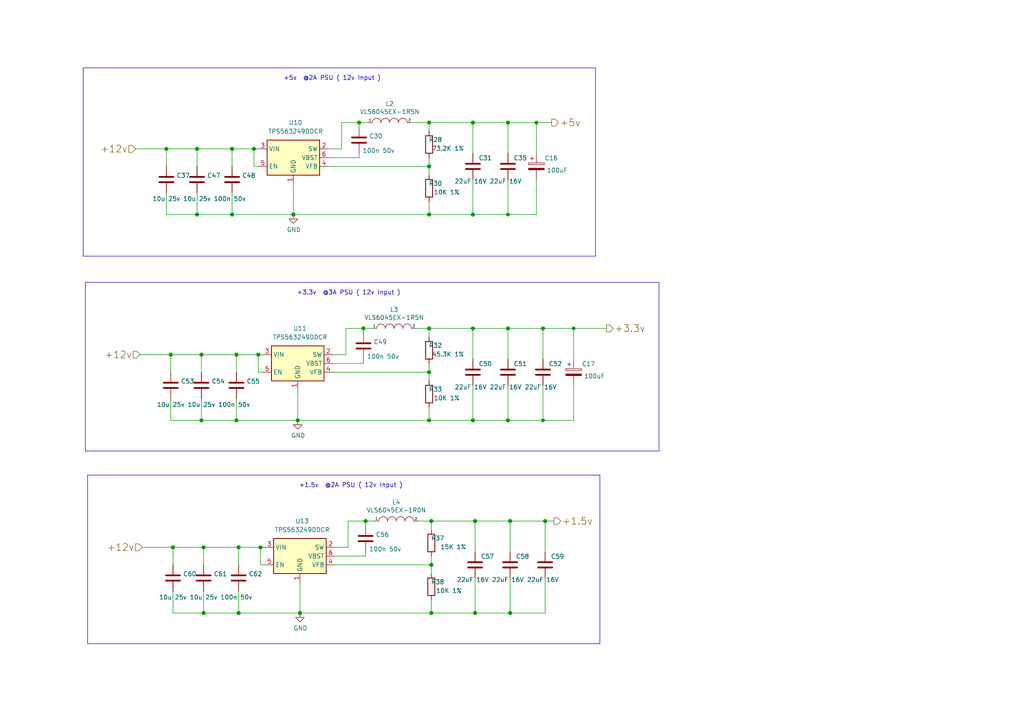
<source format=kicad_sch>
(kicad_sch (version 20210621) (generator eeschema)
  (paper "A4")
  (title_block (title "AP3500v2") (date "2021-01-19") (rev "1") (company "(c) ISis ImageStream Internet Solutions 2020") (comment 1 "www.imagestream.com"))
  (lib_symbols
    (symbol "Device:C" (pin_numbers hide) (pin_names (offset 0.254))
      (property "Reference" "C" (at 0.635 2.54 0))
      (property "Value" "C" (at 0.635 -2.54 0))
      (symbol "C_0_1"
        (polyline (pts (xy -2.032 -0.762) (xy 2.032 -0.762)) (stroke (width 0.508)))
        (polyline (pts (xy -2.032 0.762) (xy 2.032 0.762)) (stroke (width 0.508)))
      )
      (symbol "C_1_1"
        (pin passive line (at 0 3.81 270) (length 2.794) (name "~") (number "1"))
        (pin passive line (at 0 -3.81 90) (length 2.794) (name "~") (number "2"))
      )
    )
    (symbol "Device:CP" (pin_numbers hide) (pin_names (offset 0.254))
      (property "Reference" "C" (at 0.635 2.54 0))
      (property "Value" "CP" (at 0.635 -2.54 0))
      (symbol "CP_0_1"
        (rectangle (start -2.286 0.508) (end 2.286 1.016))
        (rectangle (start 2.286 -0.508) (end -2.286 -1.016) (fill (type outline)))
        (polyline (pts (xy -1.778 2.286) (xy -0.762 2.286)))
        (polyline (pts (xy -1.27 2.794) (xy -1.27 1.778)))
      )
      (symbol "CP_1_1"
        (pin passive line (at 0 3.81 270) (length 2.794) (name "~") (number "1"))
        (pin passive line (at 0 -3.81 90) (length 2.794) (name "~") (number "2"))
      )
    )
    (symbol "Device:R" (pin_numbers hide) (pin_names (offset 0))
      (property "Reference" "R" (at 2.032 0 90))
      (property "Value" "R" (at 0 0 90))
      (symbol "R_0_1"
        (rectangle (start -1.016 -2.54) (end 1.016 2.54) (stroke (width 0.254)))
      )
      (symbol "R_1_1"
        (pin passive line (at 0 3.81 270) (length 1.27) (name "~") (number "1"))
        (pin passive line (at 0 -3.81 90) (length 1.27) (name "~") (number "2"))
      )
    )
    (symbol "Regulator_Switching:TPS563200"
      (property "Reference" "U" (at -7.62 6.35 0))
      (property "Value" "TPS563200" (at -2.54 6.35 0))
      (symbol "TPS563200_0_1"
        (rectangle (start -7.62 5.08) (end 7.62 -5.08) (stroke (width 0.254)) (fill (type background)))
      )
      (symbol "TPS563200_1_1"
        (pin power_in line (at 0 -7.62 90) (length 2.54) (name "GND") (number "1"))
        (pin output line (at 10.16 2.54 180) (length 2.54) (name "SW") (number "2"))
        (pin power_in line (at -10.16 2.54 0) (length 2.54) (name "VIN") (number "3"))
        (pin input line (at 10.16 -2.54 180) (length 2.54) (name "VFB") (number "4"))
        (pin input line (at -10.16 -2.54 0) (length 2.54) (name "EN") (number "5"))
        (pin passive line (at 10.16 0 180) (length 2.54) (name "VBST") (number "6"))
      )
    )
    (symbol "power:GND" (power) (pin_names (offset 0))
      (property "Value" "GND" (at 0 -3.81 0))
      (symbol "GND_0_1"
        (polyline (pts (xy 0 0) (xy 0 -1.27) (xy 1.27 -1.27) (xy 0 -2.54) (xy -1.27 -1.27) (xy 0 -1.27)))
      )
      (symbol "GND_1_1"
        (pin power_in line (at 0 0 270) (length 0) hide (name "GND") (number "1"))
      )
    )
    (symbol "pspice:INDUCTOR" (pin_numbers hide) (pin_names (offset 0))
      (property "Reference" "L" (at 0 2.54 0))
      (property "Value" "INDUCTOR" (at 0 -1.27 0))
      (symbol "INDUCTOR_0_1"
        (arc (start -2.54 0) (end -5.08 0) (radius (at -3.81 0) (length 1.27) (angles 0.1 179.9)))
        (arc (start 0 0) (end -2.54 0) (radius (at -1.27 0) (length 1.27) (angles 0.1 179.9)))
        (arc (start 2.54 0) (end 0 0) (radius (at 1.27 0) (length 1.27) (angles 0.1 179.9)))
        (arc (start 5.08 0) (end 2.54 0) (radius (at 3.81 0) (length 1.27) (angles 0.1 179.9)))
      )
      (symbol "INDUCTOR_1_1"
        (pin input line (at -6.35 0 0) (length 1.27) (name "1") (number "1"))
        (pin input line (at 6.35 0 180) (length 1.27) (name "2") (number "2"))
      )
    )
  )
  (junction (at 48.26 43.18) (diameter 1.016))
  (junction (at 49.53 102.87) (diameter 1.016))
  (junction (at 50.165 158.75) (diameter 1.016))
  (junction (at 57.15 43.18) (diameter 1.016))
  (junction (at 57.15 62.23) (diameter 1.016))
  (junction (at 58.42 102.87) (diameter 1.016))
  (junction (at 58.42 121.92) (diameter 1.016))
  (junction (at 59.055 158.75) (diameter 1.016))
  (junction (at 59.055 177.8) (diameter 1.016))
  (junction (at 67.31 43.18) (diameter 1.016))
  (junction (at 67.31 62.23) (diameter 1.016))
  (junction (at 68.58 102.87) (diameter 1.016))
  (junction (at 68.58 121.92) (diameter 1.016))
  (junction (at 69.215 158.75) (diameter 1.016))
  (junction (at 69.215 177.8) (diameter 1.016))
  (junction (at 73.66 43.18) (diameter 1.016))
  (junction (at 74.93 102.87) (diameter 1.016))
  (junction (at 75.565 158.75) (diameter 1.016))
  (junction (at 85.09 62.23) (diameter 1.016))
  (junction (at 86.36 121.92) (diameter 1.016))
  (junction (at 86.995 177.8) (diameter 1.016))
  (junction (at 104.14 35.56) (diameter 1.016))
  (junction (at 105.41 95.25) (diameter 1.016))
  (junction (at 106.045 151.13) (diameter 1.016))
  (junction (at 124.46 35.56) (diameter 1.016))
  (junction (at 124.46 48.26) (diameter 1.016))
  (junction (at 124.46 62.23) (diameter 1.016))
  (junction (at 124.46 95.25) (diameter 1.016))
  (junction (at 124.46 107.95) (diameter 1.016))
  (junction (at 124.46 121.92) (diameter 1.016))
  (junction (at 125.095 151.13) (diameter 1.016))
  (junction (at 125.095 163.83) (diameter 1.016))
  (junction (at 125.095 177.8) (diameter 1.016))
  (junction (at 137.16 35.56) (diameter 1.016))
  (junction (at 137.16 62.23) (diameter 1.016))
  (junction (at 137.16 95.25) (diameter 1.016))
  (junction (at 137.16 121.92) (diameter 1.016))
  (junction (at 137.795 151.13) (diameter 1.016))
  (junction (at 137.795 177.8) (diameter 1.016))
  (junction (at 147.32 35.56) (diameter 1.016))
  (junction (at 147.32 62.23))
  (junction (at 147.32 95.25) (diameter 1.016))
  (junction (at 147.32 121.92) (diameter 1.016))
  (junction (at 147.955 151.13) (diameter 1.016))
  (junction (at 147.955 177.8) (diameter 1.016))
  (junction (at 155.575 35.56))
  (junction (at 157.48 95.25) (diameter 1.016))
  (junction (at 157.48 121.92))
  (junction (at 158.115 151.13) (diameter 1.016))
  (junction (at 166.37 95.25))
  (wire (pts (xy 39.37 43.18) (xy 48.26 43.18)))
  (wire (pts (xy 40.64 102.87) (xy 49.53 102.87)))
  (wire (pts (xy 41.275 158.75) (xy 50.165 158.75)))
  (wire (pts (xy 48.26 43.18) (xy 48.26 48.26)))
  (wire (pts (xy 48.26 43.18) (xy 57.15 43.18)))
  (wire (pts (xy 48.26 55.88) (xy 48.26 62.23)))
  (wire (pts (xy 48.26 62.23) (xy 57.15 62.23)))
  (wire (pts (xy 49.53 102.87) (xy 49.53 107.95)))
  (wire (pts (xy 49.53 102.87) (xy 58.42 102.87)))
  (wire (pts (xy 49.53 115.57) (xy 49.53 121.92)))
  (wire (pts (xy 49.53 121.92) (xy 58.42 121.92)))
  (wire (pts (xy 50.165 158.75) (xy 50.165 163.83)))
  (wire (pts (xy 50.165 158.75) (xy 59.055 158.75)))
  (wire (pts (xy 50.165 171.45) (xy 50.165 177.8)))
  (wire (pts (xy 50.165 177.8) (xy 59.055 177.8)))
  (wire (pts (xy 57.15 43.18) (xy 57.15 48.26)))
  (wire (pts (xy 57.15 43.18) (xy 67.31 43.18)))
  (wire (pts (xy 57.15 55.88) (xy 57.15 62.23)))
  (wire (pts (xy 57.15 62.23) (xy 67.31 62.23)))
  (wire (pts (xy 58.42 102.87) (xy 58.42 107.95)))
  (wire (pts (xy 58.42 102.87) (xy 68.58 102.87)))
  (wire (pts (xy 58.42 115.57) (xy 58.42 121.92)))
  (wire (pts (xy 58.42 121.92) (xy 68.58 121.92)))
  (wire (pts (xy 59.055 158.75) (xy 59.055 163.83)))
  (wire (pts (xy 59.055 158.75) (xy 69.215 158.75)))
  (wire (pts (xy 59.055 171.45) (xy 59.055 177.8)))
  (wire (pts (xy 59.055 177.8) (xy 69.215 177.8)))
  (wire (pts (xy 67.31 43.18) (xy 67.31 48.26)))
  (wire (pts (xy 67.31 43.18) (xy 73.66 43.18)))
  (wire (pts (xy 67.31 55.88) (xy 67.31 62.23)))
  (wire (pts (xy 67.31 62.23) (xy 85.09 62.23)))
  (wire (pts (xy 68.58 102.87) (xy 68.58 107.95)))
  (wire (pts (xy 68.58 102.87) (xy 74.93 102.87)))
  (wire (pts (xy 68.58 115.57) (xy 68.58 121.92)))
  (wire (pts (xy 68.58 121.92) (xy 86.36 121.92)))
  (wire (pts (xy 69.215 158.75) (xy 69.215 163.83)))
  (wire (pts (xy 69.215 158.75) (xy 75.565 158.75)))
  (wire (pts (xy 69.215 171.45) (xy 69.215 177.8)))
  (wire (pts (xy 69.215 177.8) (xy 86.995 177.8)))
  (wire (pts (xy 73.66 43.18) (xy 74.93 43.18)))
  (wire (pts (xy 73.66 48.26) (xy 73.66 43.18)))
  (wire (pts (xy 74.93 48.26) (xy 73.66 48.26)))
  (wire (pts (xy 74.93 102.87) (xy 76.2 102.87)))
  (wire (pts (xy 74.93 107.95) (xy 74.93 102.87)))
  (wire (pts (xy 75.565 158.75) (xy 76.835 158.75)))
  (wire (pts (xy 75.565 163.83) (xy 75.565 158.75)))
  (wire (pts (xy 76.2 107.95) (xy 74.93 107.95)))
  (wire (pts (xy 76.835 163.83) (xy 75.565 163.83)))
  (wire (pts (xy 85.09 53.34) (xy 85.09 62.23)))
  (wire (pts (xy 85.09 62.23) (xy 124.46 62.23)))
  (wire (pts (xy 86.36 113.03) (xy 86.36 121.92)))
  (wire (pts (xy 86.36 121.92) (xy 124.46 121.92)))
  (wire (pts (xy 86.995 168.91) (xy 86.995 177.8)))
  (wire (pts (xy 86.995 177.8) (xy 125.095 177.8)))
  (wire (pts (xy 95.25 45.72) (xy 104.14 45.72)))
  (wire (pts (xy 95.25 48.26) (xy 124.46 48.26)))
  (wire (pts (xy 96.52 105.41) (xy 105.41 105.41)))
  (wire (pts (xy 96.52 107.95) (xy 124.46 107.95)))
  (wire (pts (xy 97.155 161.29) (xy 106.045 161.29)))
  (wire (pts (xy 97.155 163.83) (xy 125.095 163.83)))
  (wire (pts (xy 99.06 35.56) (xy 99.06 43.18)))
  (wire (pts (xy 99.06 43.18) (xy 95.25 43.18)))
  (wire (pts (xy 100.33 95.25) (xy 100.33 102.87)))
  (wire (pts (xy 100.33 102.87) (xy 96.52 102.87)))
  (wire (pts (xy 100.965 151.13) (xy 100.965 158.75)))
  (wire (pts (xy 100.965 158.75) (xy 97.155 158.75)))
  (wire (pts (xy 104.14 35.56) (xy 99.06 35.56)))
  (wire (pts (xy 104.14 35.56) (xy 104.14 36.83)))
  (wire (pts (xy 104.14 45.72) (xy 104.14 44.45)))
  (wire (pts (xy 105.41 95.25) (xy 100.33 95.25)))
  (wire (pts (xy 105.41 95.25) (xy 105.41 96.52)))
  (wire (pts (xy 105.41 105.41) (xy 105.41 104.14)))
  (wire (pts (xy 106.045 151.13) (xy 100.965 151.13)))
  (wire (pts (xy 106.045 151.13) (xy 106.045 152.4)))
  (wire (pts (xy 106.045 161.29) (xy 106.045 160.02)))
  (wire (pts (xy 106.68 35.56) (xy 104.14 35.56)))
  (wire (pts (xy 107.95 95.25) (xy 105.41 95.25)))
  (wire (pts (xy 108.585 151.13) (xy 106.045 151.13)))
  (wire (pts (xy 119.38 35.56) (xy 124.46 35.56)))
  (wire (pts (xy 120.65 95.25) (xy 124.46 95.25)))
  (wire (pts (xy 121.285 151.13) (xy 125.095 151.13)))
  (wire (pts (xy 124.46 35.56) (xy 124.46 38.1)))
  (wire (pts (xy 124.46 35.56) (xy 137.16 35.56)))
  (wire (pts (xy 124.46 45.72) (xy 124.46 48.26)))
  (wire (pts (xy 124.46 48.26) (xy 124.46 50.8)))
  (wire (pts (xy 124.46 62.23) (xy 124.46 58.42)))
  (wire (pts (xy 124.46 95.25) (xy 124.46 97.79)))
  (wire (pts (xy 124.46 95.25) (xy 137.16 95.25)))
  (wire (pts (xy 124.46 105.41) (xy 124.46 107.95)))
  (wire (pts (xy 124.46 107.95) (xy 124.46 110.49)))
  (wire (pts (xy 124.46 121.92) (xy 124.46 118.11)))
  (wire (pts (xy 125.095 151.13) (xy 125.095 153.67)))
  (wire (pts (xy 125.095 151.13) (xy 137.795 151.13)))
  (wire (pts (xy 125.095 161.29) (xy 125.095 163.83)))
  (wire (pts (xy 125.095 163.83) (xy 125.095 166.37)))
  (wire (pts (xy 125.095 177.8) (xy 125.095 173.99)))
  (wire (pts (xy 137.16 35.56) (xy 137.16 44.45)))
  (wire (pts (xy 137.16 35.56) (xy 147.32 35.56)))
  (wire (pts (xy 137.16 52.07) (xy 137.16 62.23)))
  (wire (pts (xy 137.16 62.23) (xy 124.46 62.23)))
  (wire (pts (xy 137.16 95.25) (xy 137.16 104.14)))
  (wire (pts (xy 137.16 95.25) (xy 147.32 95.25)))
  (wire (pts (xy 137.16 111.76) (xy 137.16 121.92)))
  (wire (pts (xy 137.16 121.92) (xy 124.46 121.92)))
  (wire (pts (xy 137.795 151.13) (xy 137.795 160.02)))
  (wire (pts (xy 137.795 151.13) (xy 147.955 151.13)))
  (wire (pts (xy 137.795 167.64) (xy 137.795 177.8)))
  (wire (pts (xy 137.795 177.8) (xy 125.095 177.8)))
  (wire (pts (xy 147.32 35.56) (xy 147.32 44.45)))
  (wire (pts (xy 147.32 35.56) (xy 155.575 35.56)))
  (wire (pts (xy 147.32 52.07) (xy 147.32 62.23)))
  (wire (pts (xy 147.32 62.23) (xy 137.16 62.23)))
  (wire (pts (xy 147.32 95.25) (xy 147.32 104.14)))
  (wire (pts (xy 147.32 95.25) (xy 157.48 95.25)))
  (wire (pts (xy 147.32 111.76) (xy 147.32 121.92)))
  (wire (pts (xy 147.32 121.92) (xy 137.16 121.92)))
  (wire (pts (xy 147.955 151.13) (xy 147.955 160.02)))
  (wire (pts (xy 147.955 151.13) (xy 158.115 151.13)))
  (wire (pts (xy 147.955 167.64) (xy 147.955 177.8)))
  (wire (pts (xy 147.955 177.8) (xy 137.795 177.8)))
  (wire (pts (xy 155.575 35.56) (xy 155.575 44.45)))
  (wire (pts (xy 155.575 35.56) (xy 160.02 35.56)))
  (wire (pts (xy 155.575 52.07) (xy 155.575 62.23)))
  (wire (pts (xy 155.575 62.23) (xy 147.32 62.23)))
  (wire (pts (xy 157.48 95.25) (xy 157.48 104.14)))
  (wire (pts (xy 157.48 95.25) (xy 166.37 95.25)))
  (wire (pts (xy 157.48 111.76) (xy 157.48 121.92)))
  (wire (pts (xy 157.48 121.92) (xy 147.32 121.92)))
  (wire (pts (xy 158.115 151.13) (xy 158.115 160.02)))
  (wire (pts (xy 158.115 151.13) (xy 160.655 151.13)))
  (wire (pts (xy 158.115 167.64) (xy 158.115 177.8)))
  (wire (pts (xy 158.115 177.8) (xy 147.955 177.8)))
  (wire (pts (xy 166.37 95.25) (xy 175.895 95.25)))
  (wire (pts (xy 166.37 104.14) (xy 166.37 95.25)))
  (wire (pts (xy 166.37 111.76) (xy 166.37 121.92)))
  (wire (pts (xy 166.37 121.92) (xy 157.48 121.92)))
  (polyline (pts (xy 24.13 19.685) (xy 24.13 74.295)) (stroke (width 0) (type solid)))
  (polyline (pts (xy 24.13 19.685) (xy 172.72 19.685)) (stroke (width 0) (type solid)))
  (polyline (pts (xy 24.765 81.915) (xy 24.765 130.81)) (stroke (width 0) (type solid)))
  (polyline (pts (xy 24.765 81.915) (xy 191.135 81.915)) (stroke (width 0) (type solid)))
  (polyline (pts (xy 25.4 137.795) (xy 25.4 186.69)) (stroke (width 0) (type solid)))
  (polyline (pts (xy 25.4 137.795) (xy 173.99 137.795)) (stroke (width 0) (type solid)))
  (polyline (pts (xy 172.72 19.685) (xy 172.72 74.295)) (stroke (width 0) (type solid)))
  (polyline (pts (xy 172.72 74.295) (xy 24.13 74.295)) (stroke (width 0) (type solid)))
  (polyline (pts (xy 173.99 137.795) (xy 173.99 186.69)) (stroke (width 0) (type solid)))
  (polyline (pts (xy 173.99 186.69) (xy 25.4 186.69)) (stroke (width 0) (type solid)))
  (polyline (pts (xy 191.135 81.915) (xy 191.135 130.81)) (stroke (width 0) (type solid)))
  (polyline (pts (xy 191.135 130.81) (xy 24.765 130.81)) (stroke (width 0) (type solid)))
  (text "+5v  @2A PSU ( 12v Input )" (at 110.49 23.495 180) (effects (font (size 1.27 1.27)) (justify right bottom)))
  (text "+3.3v  @3A PSU ( 12v Input )" (at 116.205 85.725 180) (effects (font (size 1.27 1.27)) (justify right bottom)))
  (text "+1.5v  @2A PSU ( 12v Input )" (at 116.84 141.605 180) (effects (font (size 1.27 1.27)) (justify right bottom)))
  (hierarchical_label "+12v" (shape input) (at 39.37 43.18 180) (effects (font (size 2.007 2.007))))
  (hierarchical_label "+12v" (shape input) (at 40.64 102.87 180) (effects (font (size 2.007 2.007))))
  (hierarchical_label "+12v" (shape input) (at 41.275 158.75 180) (effects (font (size 2.007 2.007))))
  (hierarchical_label "+5v" (shape output) (at 160.02 35.56 0) (effects (font (size 2.007 2.007))))
  (hierarchical_label "+1.5v" (shape output) (at 160.655 151.13 0) (effects (font (size 2.007 2.007))))
  (hierarchical_label "+3.3v" (shape output) (at 175.895 95.25 0) (effects (font (size 2.007 2.007))))
  (symbol (lib_id "power:GND") (at 85.09 62.23 0) (unit 1)
    (property "Reference" "#PWR0118" (effects hide))
    (property "Value" "GND" (at 85.217 66.6242 0))
  )
  (symbol (lib_id "power:GND") (at 86.36 121.92 0) (unit 1)
    (property "Reference" "#PWR0120" (effects hide))
    (property "Value" "GND" (at 86.487 126.3142 0))
  )
  (symbol (lib_id "power:GND") (at 86.995 177.8 0) (unit 1)
    (property "Reference" "#PWR0119" (effects hide))
    (property "Value" "GND" (at 87.122 182.1942 0))
  )
  (symbol (lib_id "Device:R") (at 124.46 41.91 0) (mirror y) (unit 1)
    (property "Reference" "R28" (at 128.27 40.513 0) (effects (justify left)))
    (property "Value" "73.2K 1%" (at 134.62 43.053 0) (effects (justify left)))
    (property "Footprint" "Resistor_SMD:R_0603_1608Metric" (effects hide))
    (property "LCSC" "C14890" (effects hide))
  )
  (symbol (lib_id "Device:R") (at 124.46 54.61 0) (mirror y) (unit 1)
    (property "Reference" "R30" (at 128.27 53.213 0) (effects (justify left)))
    (property "Value" "10K 1%" (at 133.35 55.753 0) (effects (justify left)))
    (property "Footprint" "Resistor_SMD:R_0603_1608Metric" (effects hide))
    (property "Field6" "CRCW060310K0FKEA" (effects hide))
    (property "LCSC" "C25804" (effects hide))
  )
  (symbol (lib_id "Device:R") (at 124.46 101.6 0) (mirror y) (unit 1)
    (property "Reference" "R32" (at 128.27 100.203 0) (effects (justify left)))
    (property "Value" "45.3K 1%" (at 134.62 102.743 0) (effects (justify left)))
    (property "Footprint" "Resistor_SMD:R_0603_1608Metric" (effects hide))
    (property "LCSC" "C23058" (effects hide))
  )
  (symbol (lib_id "Device:R") (at 124.46 114.3 0) (mirror y) (unit 1)
    (property "Reference" "R33" (at 128.27 112.903 0) (effects (justify left)))
    (property "Value" "10K 1%" (at 133.35 115.443 0) (effects (justify left)))
    (property "Footprint" "Resistor_SMD:R_0603_1608Metric" (effects hide))
    (property "Field6" "CRCW060310K0FKEA" (effects hide))
    (property "LCSC" "C25804" (effects hide))
  )
  (symbol (lib_id "Device:R") (at 125.095 157.48 0) (mirror y) (unit 1)
    (property "Reference" "R37" (at 128.905 156.083 0) (effects (justify left)))
    (property "Value" "15K 1%" (at 135.255 158.623 0) (effects (justify left)))
    (property "Footprint" "Resistor_SMD:R_0603_1608Metric" (effects hide))
    (property "LCSC" "C22809" (effects hide))
  )
  (symbol (lib_id "Device:R") (at 125.095 170.18 0) (mirror y) (unit 1)
    (property "Reference" "R38" (at 128.905 168.783 0) (effects (justify left)))
    (property "Value" "10K 1%" (at 133.985 171.323 0) (effects (justify left)))
    (property "Footprint" "Resistor_SMD:R_0603_1608Metric" (effects hide))
    (property "Field6" "CRCW060310K0FKEA" (effects hide))
    (property "LCSC" "C25804" (effects hide))
  )
  (symbol (lib_id "pspice:INDUCTOR") (at 113.03 35.56 0) (unit 1)
    (property "Reference" "L2" (at 113.03 30.099 0))
    (property "Value" "VLS6045EX-1R5N" (at 113.03 32.4104 0))
    (property "Footprint" "Scott:L_TDK_VLS6045" (effects hide))
    (property "PartsBoxID" "VLS6045EX-1R5N" (effects hide))
  )
  (symbol (lib_id "pspice:INDUCTOR") (at 114.3 95.25 0) (unit 1)
    (property "Reference" "L3" (at 114.3 89.789 0))
    (property "Value" "VLS6045EX-1R5N" (at 114.3 92.1004 0))
    (property "Footprint" "Scott:L_TDK_VLS6045" (effects hide))
    (property "PartsBoxID" "VLS6045EX-1R5N" (effects hide))
  )
  (symbol (lib_id "pspice:INDUCTOR") (at 114.935 151.13 0) (unit 1)
    (property "Reference" "L4" (at 114.935 145.669 0))
    (property "Value" "VLS6045EX-1R0N" (at 114.935 147.9804 0))
    (property "Footprint" "Scott:L_TDK_VLS6045" (effects hide))
    (property "PartsBoxID" "VLS6045EX-1R0N" (effects hide))
  )
  (symbol (lib_id "Device:C") (at 48.26 52.07 0) (unit 1)
    (property "Reference" "C37" (at 51.181 50.9016 0) (effects (justify left)))
    (property "Value" "10u 25v" (at 44.196 57.658 0) (effects (justify left)))
    (property "Footprint" "Capacitor_SMD:C_0805_2012Metric" (effects hide))
    (property "Field4" "Digikey" (effects hide))
    (property "Field6" "C0805C106K8PACTU" (effects hide))
    (property "Field7" "Kemet" (effects hide))
    (property "Part Description" "10uF 10% or 20% 10V Ceramic Capacitor X5R 0805" (effects hide))
    (property "LCSC" "C15850" (effects hide))
  )
  (symbol (lib_id "Device:C") (at 49.53 111.76 0) (unit 1)
    (property "Reference" "C53" (at 52.451 110.5916 0) (effects (justify left)))
    (property "Value" "10u 25v" (at 45.466 117.348 0) (effects (justify left)))
    (property "Footprint" "Capacitor_SMD:C_0805_2012Metric" (effects hide))
    (property "Field4" "Digikey" (effects hide))
    (property "Field6" "C0805C106K8PACTU" (effects hide))
    (property "Field7" "Kemet" (effects hide))
    (property "Part Description" "10uF 10% or 20% 10V Ceramic Capacitor X5R 0805" (effects hide))
    (property "LCSC" "C15850" (effects hide))
  )
  (symbol (lib_id "Device:C") (at 50.165 167.64 0) (unit 1)
    (property "Reference" "C60" (at 53.086 166.4716 0) (effects (justify left)))
    (property "Value" "10u 25v" (at 46.101 173.228 0) (effects (justify left)))
    (property "Footprint" "Capacitor_SMD:C_0805_2012Metric" (effects hide))
    (property "Field4" "Digikey" (effects hide))
    (property "Field6" "C0805C106K8PACTU" (effects hide))
    (property "Field7" "Kemet" (effects hide))
    (property "Part Description" "10uF 10% or 20% 10V Ceramic Capacitor X5R 0805" (effects hide))
    (property "LCSC" "C15850" (effects hide))
  )
  (symbol (lib_id "Device:C") (at 57.15 52.07 0) (unit 1)
    (property "Reference" "C47" (at 60.071 50.9016 0) (effects (justify left)))
    (property "Value" "10u 25v" (at 53.086 57.658 0) (effects (justify left)))
    (property "Footprint" "Capacitor_SMD:C_0805_2012Metric" (effects hide))
    (property "Field4" "Digikey" (effects hide))
    (property "Field6" "C0805C106K8PACTU" (effects hide))
    (property "Field7" "Kemet" (effects hide))
    (property "Part Description" "10uF 10% or 20% 10V Ceramic Capacitor X5R 0805" (effects hide))
    (property "LCSC" "C15850" (effects hide))
  )
  (symbol (lib_id "Device:C") (at 58.42 111.76 0) (unit 1)
    (property "Reference" "C54" (at 61.341 110.5916 0) (effects (justify left)))
    (property "Value" "10u 25v" (at 54.356 117.348 0) (effects (justify left)))
    (property "Footprint" "Capacitor_SMD:C_0805_2012Metric" (effects hide))
    (property "Field4" "Digikey" (effects hide))
    (property "Field6" "C0805C106K8PACTU" (effects hide))
    (property "Field7" "Kemet" (effects hide))
    (property "Part Description" "10uF 10% or 20% 10V Ceramic Capacitor X5R 0805" (effects hide))
    (property "LCSC" "C15850" (effects hide))
  )
  (symbol (lib_id "Device:C") (at 59.055 167.64 0) (unit 1)
    (property "Reference" "C61" (at 61.976 166.4716 0) (effects (justify left)))
    (property "Value" "10u 25v" (at 54.991 173.228 0) (effects (justify left)))
    (property "Footprint" "Capacitor_SMD:C_0805_2012Metric" (effects hide))
    (property "Field4" "Digikey" (effects hide))
    (property "Field6" "C0805C106K8PACTU" (effects hide))
    (property "Field7" "Kemet" (effects hide))
    (property "Part Description" "10uF 10% or 20% 10V Ceramic Capacitor X5R 0805" (effects hide))
    (property "LCSC" "C15850" (effects hide))
  )
  (symbol (lib_id "Device:C") (at 67.31 52.07 0) (unit 1)
    (property "Reference" "C48" (at 70.231 50.9016 0) (effects (justify left)))
    (property "Value" "100n 50v" (at 61.976 57.658 0) (effects (justify left)))
    (property "Footprint" "Capacitor_SMD:C_0603_1608Metric" (effects hide))
    (property "Field4" "Digikey" (effects hide))
    (property "Field6" "GRM188R71H104KA93D" (effects hide))
    (property "Field7" "Murata" (effects hide))
    (property "Part Description" "100nF 10% or 20% 50V Ceramic Capacitor X7R 0603" (effects hide))
    (property "LCSC" "C14663" (effects hide))
  )
  (symbol (lib_id "Device:C") (at 68.58 111.76 0) (unit 1)
    (property "Reference" "C55" (at 71.501 110.5916 0) (effects (justify left)))
    (property "Value" "100n 50v" (at 63.246 117.348 0) (effects (justify left)))
    (property "Footprint" "Capacitor_SMD:C_0603_1608Metric" (effects hide))
    (property "Field4" "Digikey" (effects hide))
    (property "Field6" "GRM188R71H104KA93D" (effects hide))
    (property "Field7" "Murata" (effects hide))
    (property "Part Description" "100nF 10% or 20% 50V Ceramic Capacitor X7R 0603" (effects hide))
    (property "LCSC" "C14663" (effects hide))
  )
  (symbol (lib_id "Device:C") (at 69.215 167.64 0) (unit 1)
    (property "Reference" "C62" (at 72.136 166.4716 0) (effects (justify left)))
    (property "Value" "100n 50v" (at 63.881 173.228 0) (effects (justify left)))
    (property "Footprint" "Capacitor_SMD:C_0603_1608Metric" (effects hide))
    (property "Field4" "Digikey" (effects hide))
    (property "Field6" "GRM188R71H104KA93D" (effects hide))
    (property "Field7" "Murata" (effects hide))
    (property "Part Description" "100nF 10% or 20% 50V Ceramic Capacitor X7R 0603" (effects hide))
    (property "LCSC" "C14663" (effects hide))
  )
  (symbol (lib_id "Device:C") (at 104.14 40.64 0) (unit 1)
    (property "Reference" "C30" (at 107.061 39.4716 0) (effects (justify left)))
    (property "Value" "100n 50v" (at 105.156 43.688 0) (effects (justify left)))
    (property "Footprint" "Capacitor_SMD:C_0603_1608Metric" (effects hide))
    (property "Field4" "Digikey" (effects hide))
    (property "Field6" "GRM155R71C104KA88D" (effects hide))
    (property "Field7" "Murata" (effects hide))
    (property "LCSC" "C14663" (effects hide))
  )
  (symbol (lib_id "Device:C") (at 105.41 100.33 0) (unit 1)
    (property "Reference" "C49" (at 108.331 99.1616 0) (effects (justify left)))
    (property "Value" "100n 50v" (at 106.426 103.378 0) (effects (justify left)))
    (property "Footprint" "Capacitor_SMD:C_0603_1608Metric" (effects hide))
    (property "Field4" "Digikey" (effects hide))
    (property "Field6" "GRM155R71C104KA88D" (effects hide))
    (property "Field7" "Murata" (effects hide))
    (property "LCSC" "C14663" (effects hide))
  )
  (symbol (lib_id "Device:C") (at 106.045 156.21 0) (unit 1)
    (property "Reference" "C56" (at 108.966 155.0416 0) (effects (justify left)))
    (property "Value" "100n 50v" (at 107.061 159.258 0) (effects (justify left)))
    (property "Footprint" "Capacitor_SMD:C_0603_1608Metric" (effects hide))
    (property "Field4" "Digikey" (effects hide))
    (property "Field6" "GRM155R71C104KA88D" (effects hide))
    (property "Field7" "Murata" (effects hide))
    (property "LCSC" "C14663" (effects hide))
  )
  (symbol (lib_id "Device:C") (at 137.16 48.26 0) (unit 1)
    (property "Reference" "C31" (at 138.811 45.8216 0) (effects (justify left)))
    (property "Value" "22uF 16V" (at 131.826 52.578 0) (effects (justify left)))
    (property "Footprint" "Capacitor_SMD:C_1206_3216Metric" (effects hide))
    (property "Field4" "Mouser" (effects hide))
    (property "Part Description" "GCM32ER71C226KE19L" (effects hide))
    (property "LCSC" "C90146" (effects hide))
  )
  (symbol (lib_id "Device:C") (at 137.16 107.95 0) (unit 1)
    (property "Reference" "C50" (at 138.811 105.5116 0) (effects (justify left)))
    (property "Value" "22uF 16V" (at 131.826 112.268 0) (effects (justify left)))
    (property "Footprint" "Capacitor_SMD:C_1206_3216Metric" (effects hide))
    (property "Field4" "Mouser" (effects hide))
    (property "Part Description" "GCM32ER71C226KE19L" (effects hide))
    (property "LCSC" "C90146" (effects hide))
  )
  (symbol (lib_id "Device:C") (at 137.795 163.83 0) (unit 1)
    (property "Reference" "C57" (at 139.446 161.3916 0) (effects (justify left)))
    (property "Value" "22uF 16V" (at 132.461 168.148 0) (effects (justify left)))
    (property "Footprint" "Capacitor_SMD:C_1206_3216Metric" (effects hide))
    (property "Field4" "Mouser" (effects hide))
    (property "Part Description" "GCM32ER71C226KE19L" (effects hide))
    (property "LCSC" "C90146" (effects hide))
  )
  (symbol (lib_id "Device:C") (at 147.32 48.26 0) (unit 1)
    (property "Reference" "C35" (at 148.971 45.8216 0) (effects (justify left)))
    (property "Value" "22uF 16V" (at 141.986 52.578 0) (effects (justify left)))
    (property "Footprint" "Capacitor_SMD:C_1206_3216Metric" (effects hide))
    (property "Field4" "Mouser" (effects hide))
    (property "Part Description" "GCM32ER71C226KE19L" (effects hide))
    (property "LCSC" "C90146" (effects hide))
  )
  (symbol (lib_id "Device:C") (at 147.32 107.95 0) (unit 1)
    (property "Reference" "C51" (at 148.971 105.5116 0) (effects (justify left)))
    (property "Value" "22uF 16V" (at 141.986 112.268 0) (effects (justify left)))
    (property "Footprint" "Capacitor_SMD:C_1206_3216Metric" (effects hide))
    (property "Field4" "Mouser" (effects hide))
    (property "Part Description" "GCM32ER71C226KE19L" (effects hide))
    (property "LCSC" "C90146" (effects hide))
  )
  (symbol (lib_id "Device:C") (at 147.955 163.83 0) (unit 1)
    (property "Reference" "C58" (at 149.606 161.3916 0) (effects (justify left)))
    (property "Value" "22uF 16V" (at 142.621 168.148 0) (effects (justify left)))
    (property "Footprint" "Capacitor_SMD:C_1206_3216Metric" (effects hide))
    (property "Field4" "Mouser" (effects hide))
    (property "Part Description" "GCM32ER71C226KE19L" (effects hide))
    (property "LCSC" "C90146" (effects hide))
  )
  (symbol (lib_id "Device:CP") (at 155.575 48.26 0) (unit 1)
    (property "Reference" "C16" (at 157.9372 45.847 0) (effects (justify left)))
    (property "Value" "100uF" (at 158.5722 49.403 0) (effects (justify left)))
    (property "Footprint" "Capacitor_Tantalum_SMD:CP_EIA-3528-21_Kemet-B_Pad1.50x2.35mm_HandSolder" (effects hide))
    (property "Field4" "Mouser" (effects hide))
    (property "Field5" "667-EEF-CX0J101R" (effects hide))
    (property "Part Description" "Capacitor, SP-Cap, 100u, 6.3V, 15mR ESR" (effects hide))
    (property "LCSC" "C16133" (effects hide))
  )
  (symbol (lib_id "Device:C") (at 157.48 107.95 0) (unit 1)
    (property "Reference" "C52" (at 159.131 105.5116 0) (effects (justify left)))
    (property "Value" "22uF 16V" (at 152.146 112.268 0) (effects (justify left)))
    (property "Footprint" "Capacitor_SMD:C_1206_3216Metric" (effects hide))
    (property "Field4" "Mouser" (effects hide))
    (property "Part Description" "GCM32ER71C226KE19L" (effects hide))
    (property "LCSC" "C90146" (effects hide))
  )
  (symbol (lib_id "Device:C") (at 158.115 163.83 0) (unit 1)
    (property "Reference" "C59" (at 159.766 161.3916 0) (effects (justify left)))
    (property "Value" "22uF 16V" (at 152.781 168.148 0) (effects (justify left)))
    (property "Footprint" "Capacitor_SMD:C_1206_3216Metric" (effects hide))
    (property "Field4" "Mouser" (effects hide))
    (property "Part Description" "GCM32ER71C226KE19L" (effects hide))
    (property "LCSC" "C90146" (effects hide))
  )
  (symbol (lib_id "Device:CP") (at 166.37 107.95 0) (unit 1)
    (property "Reference" "C17" (at 168.7322 105.537 0) (effects (justify left)))
    (property "Value" "100uF" (at 169.3672 109.093 0) (effects (justify left)))
    (property "Footprint" "Capacitor_Tantalum_SMD:CP_EIA-3528-21_Kemet-B_Pad1.50x2.35mm_HandSolder" (effects hide))
    (property "Field4" "Mouser" (effects hide))
    (property "Field5" "667-EEF-CX0J101R" (effects hide))
    (property "Part Description" "Capacitor, SP-Cap, 100u, 6.3V, 15mR ESR" (effects hide))
    (property "LCSC" "C16133" (effects hide))
  )
  (symbol (lib_id "Regulator_Switching:TPS563200") (at 85.09 45.72 0) (unit 1)
    (property "Reference" "U10" (at 85.725 35.56 0))
    (property "Value" "TPS563249DDCR" (at 85.725 38.1 0))
    (property "Footprint" "Package_TO_SOT_SMD:SOT-23-6" (effects hide))
    (property "PartsBoxID" "TPS563249DDCR" (effects hide))
  )
  (symbol (lib_id "Regulator_Switching:TPS563200") (at 86.36 105.41 0) (unit 1)
    (property "Reference" "U11" (at 86.995 95.25 0))
    (property "Value" "TPS563249DDCR" (at 86.995 97.79 0))
    (property "Footprint" "Package_TO_SOT_SMD:SOT-23-6" (effects hide))
    (property "PartsBoxID" "TPS563249DDCR" (effects hide))
  )
  (symbol (lib_id "Regulator_Switching:TPS563200") (at 86.995 161.29 0) (unit 1)
    (property "Reference" "U13" (at 87.63 151.13 0))
    (property "Value" "TPS563249DDCR" (at 87.63 153.67 0))
    (property "Footprint" "Package_TO_SOT_SMD:SOT-23-6" (effects hide))
    (property "PartsBoxID" "TPS563249DDCR" (effects hide))
  )
)
</source>
